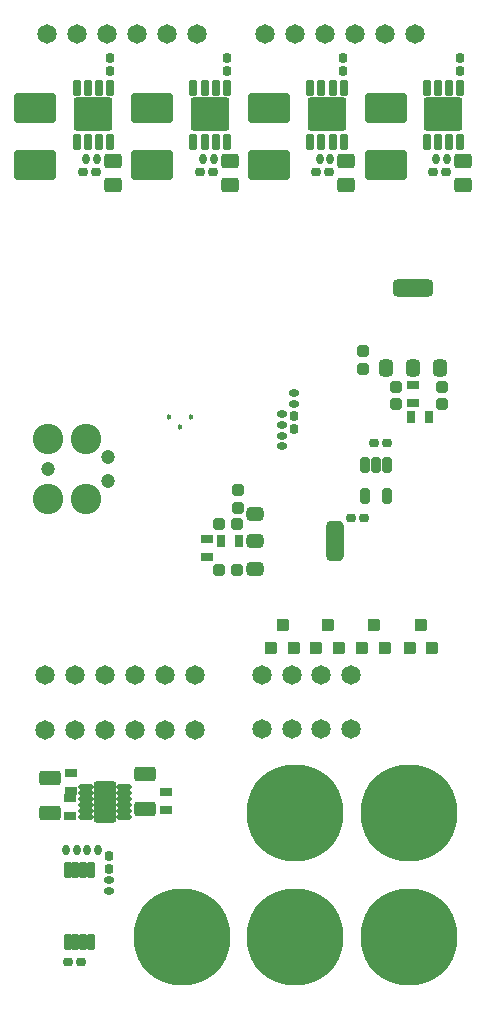
<source format=gbs>
%FSLAX46Y46*%
%MOMM*%
%AMPS13*
1,1,1.650000,0.000000,0.000000*
%
%ADD13PS13*%
%AMPS16*
1,1,1.650000,0.000000,0.000000*
%
%ADD16PS16*%
%AMPS35*
1,1,1.650000,0.000000,0.000000*
%
%ADD35PS35*%
%AMPS11*
1,1,8.200000,0.000000,0.000000*
%
%ADD11PS11*%
%AMPS38*
1,1,8.200000,0.000000,0.000000*
%
%ADD38PS38*%
%AMPS15*
1,1,1.650000,0.000000,0.000000*
%
%ADD15PS15*%
%AMPS17*
1,1,8.200000,0.000000,0.000000*
%
%ADD17PS17*%
%AMPS50*
1,1,8.200000,0.000000,0.000000*
%
%ADD50PS50*%
%AMPS14*
1,1,1.650000,0.000000,0.000000*
%
%ADD14PS14*%
%AMPS12*
1,1,1.650000,0.000000,0.000000*
%
%ADD12PS12*%
%AMPS56*
1,1,0.454000,0.000000,0.000000*
%
%ADD56PS56*%
%AMPS29*
1,1,2.575000,0.000000,0.000000*
%
%ADD29PS29*%
%AMPS28*
1,1,1.200000,0.000000,0.000000*
%
%ADD28PS28*%
%AMPS45*
1,1,0.440000,0.180000,0.430000*
1,1,0.440000,-0.180000,-0.430000*
1,1,0.440000,-0.180000,0.430000*
1,1,0.440000,0.180000,-0.430000*
21,1,0.800000,0.860000,0.000000,0.000000,360.000000*
21,1,0.360000,1.300000,0.000000,0.000000,360.000000*
%
%ADD45PS45*%
%AMPS44*
1,1,0.440000,-0.180000,-0.430000*
1,1,0.440000,0.180000,0.430000*
1,1,0.440000,0.180000,-0.430000*
1,1,0.440000,-0.180000,0.430000*
21,1,0.800000,0.860000,0.000000,0.000000,180.000000*
21,1,0.360000,1.300000,0.000000,0.000000,180.000000*
%
%ADD44PS44*%
%AMPS24*
1,1,0.360000,0.145000,0.520000*
1,1,0.360000,-0.145000,-0.520000*
1,1,0.360000,-0.145000,0.520000*
1,1,0.360000,0.145000,-0.520000*
21,1,0.650000,1.040000,0.000000,0.000000,360.000000*
21,1,0.290000,1.400000,0.000000,0.000000,360.000000*
%
%ADD24PS24*%
%AMPS23*
1,1,0.360000,-0.145000,-0.520000*
1,1,0.360000,0.145000,0.520000*
1,1,0.360000,0.145000,-0.520000*
1,1,0.360000,-0.145000,0.520000*
21,1,0.650000,1.040000,0.000000,0.000000,180.000000*
21,1,0.290000,1.400000,0.000000,0.000000,180.000000*
%
%ADD23PS23*%
%AMPS51*
1,1,0.400000,0.300000,0.275000*
1,1,0.400000,-0.300000,-0.275000*
1,1,0.400000,-0.300000,0.275000*
1,1,0.400000,0.300000,-0.275000*
21,1,1.000000,0.550000,0.000000,0.000000,360.000000*
21,1,0.600000,0.950000,0.000000,0.000000,360.000000*
%
%ADD51PS51*%
%AMPS36*
1,1,0.400000,0.275000,-0.300000*
1,1,0.400000,-0.275000,0.300000*
1,1,0.400000,0.275000,0.300000*
1,1,0.400000,-0.275000,-0.300000*
21,1,1.000000,0.550000,0.000000,0.000000,270.000000*
21,1,0.600000,0.950000,0.000000,0.000000,270.000000*
%
%ADD36PS36*%
%AMPS39*
1,1,0.400000,-0.275000,0.300000*
1,1,0.400000,0.275000,-0.300000*
1,1,0.400000,-0.275000,-0.300000*
1,1,0.400000,0.275000,0.300000*
21,1,1.000000,0.550000,0.000000,0.000000,90.000000*
21,1,0.600000,0.950000,0.000000,0.000000,90.000000*
%
%ADD39PS39*%
%AMPS48*
1,1,0.600000,0.275000,0.425000*
1,1,0.600000,-0.275000,-0.425000*
1,1,0.600000,-0.275000,0.425000*
1,1,0.600000,0.275000,-0.425000*
21,1,1.150000,0.850000,0.000000,0.000000,360.000000*
21,1,0.550000,1.450000,0.000000,0.000000,360.000000*
%
%ADD48PS48*%
%AMPS27*
1,1,0.600000,0.425000,-0.275000*
1,1,0.600000,-0.425000,0.275000*
1,1,0.600000,0.425000,0.275000*
1,1,0.600000,-0.425000,-0.275000*
21,1,1.150000,0.850000,0.000000,0.000000,270.000000*
21,1,0.550000,1.450000,0.000000,0.000000,270.000000*
%
%ADD27PS27*%
%AMPS43*
1,1,0.400000,-0.750000,-1.550000*
1,1,0.400000,0.750000,1.550000*
1,1,0.400000,0.750000,-1.550000*
1,1,0.400000,-0.750000,1.550000*
21,1,1.900000,3.100000,0.000000,0.000000,180.000000*
21,1,1.500000,3.500000,0.000000,0.000000,180.000000*
%
%ADD43PS43*%
%AMPS25*
1,1,0.400000,-0.525000,0.400000*
1,1,0.400000,0.525000,-0.400000*
1,1,0.400000,-0.525000,-0.400000*
1,1,0.400000,0.525000,0.400000*
21,1,1.200000,1.050000,0.000000,0.000000,90.000000*
21,1,0.800000,1.450000,0.000000,0.000000,90.000000*
%
%ADD25PS25*%
%AMPS21*
1,1,0.400000,-0.325000,-0.325000*
1,1,0.400000,0.325000,0.325000*
1,1,0.400000,0.325000,-0.325000*
1,1,0.400000,-0.325000,0.325000*
21,1,1.050000,0.650000,0.000000,0.000000,180.000000*
21,1,0.650000,1.050000,0.000000,0.000000,180.000000*
%
%ADD21PS21*%
%AMPS33*
1,1,0.400000,0.700000,-0.400000*
1,1,0.400000,-0.700000,0.400000*
1,1,0.400000,0.700000,0.400000*
1,1,0.400000,-0.700000,-0.400000*
21,1,1.200000,1.400000,0.000000,0.000000,270.000000*
21,1,0.800000,1.800000,0.000000,0.000000,270.000000*
%
%ADD33PS33*%
%AMPS55*
1,1,0.400000,-0.700000,0.400000*
1,1,0.400000,0.700000,-0.400000*
1,1,0.400000,-0.700000,-0.400000*
1,1,0.400000,0.700000,0.400000*
21,1,1.200000,1.400000,0.000000,0.000000,90.000000*
21,1,0.800000,1.800000,0.000000,0.000000,90.000000*
%
%ADD55PS55*%
%AMPS22*
1,1,0.400000,1.450000,-1.200000*
1,1,0.400000,-1.450000,1.200000*
1,1,0.400000,1.450000,1.200000*
1,1,0.400000,-1.450000,-1.200000*
21,1,2.800000,2.900000,0.000000,0.000000,270.000000*
21,1,2.400000,3.300000,0.000000,0.000000,270.000000*
%
%ADD22PS22*%
%AMPS32*
1,1,0.400000,0.200000,0.150000*
1,1,0.400000,-0.200000,-0.150000*
1,1,0.400000,-0.200000,0.150000*
1,1,0.400000,0.200000,-0.150000*
21,1,0.800000,0.300000,0.000000,0.000000,360.000000*
21,1,0.400000,0.700000,0.000000,0.000000,360.000000*
%
%ADD32PS32*%
%AMPS18*
1,1,0.400000,0.150000,-0.200000*
1,1,0.400000,-0.150000,0.200000*
1,1,0.400000,0.150000,0.200000*
1,1,0.400000,-0.150000,-0.200000*
21,1,0.800000,0.300000,0.000000,0.000000,270.000000*
21,1,0.400000,0.700000,0.000000,0.000000,270.000000*
%
%ADD18PS18*%
%AMPS40*
1,1,0.400000,-0.200000,-0.150000*
1,1,0.400000,0.200000,0.150000*
1,1,0.400000,0.200000,-0.150000*
1,1,0.400000,-0.200000,0.150000*
21,1,0.800000,0.300000,0.000000,0.000000,180.000000*
21,1,0.400000,0.700000,0.000000,0.000000,180.000000*
%
%ADD40PS40*%
%AMPS20*
1,1,0.400000,-0.150000,0.200000*
1,1,0.400000,0.150000,-0.200000*
1,1,0.400000,-0.150000,-0.200000*
1,1,0.400000,0.150000,0.200000*
21,1,0.800000,0.300000,0.000000,0.000000,90.000000*
21,1,0.400000,0.700000,0.000000,0.000000,90.000000*
%
%ADD20PS20*%
%AMPS47*
1,1,0.700000,-1.350000,-0.375000*
1,1,0.700000,1.350000,0.375000*
1,1,0.700000,1.350000,-0.375000*
1,1,0.700000,-1.350000,0.375000*
21,1,3.400000,0.750000,0.000000,0.000000,180.000000*
21,1,2.700000,1.450000,0.000000,0.000000,180.000000*
%
%ADD47PS47*%
%AMPS26*
1,1,0.700000,-0.375000,1.350000*
1,1,0.700000,0.375000,-1.350000*
1,1,0.700000,-0.375000,-1.350000*
1,1,0.700000,0.375000,1.350000*
21,1,3.400000,0.750000,0.000000,0.000000,90.000000*
21,1,2.700000,1.450000,0.000000,0.000000,90.000000*
%
%ADD26PS26*%
%AMPS42*
1,1,0.300000,0.500000,-0.075000*
1,1,0.300000,-0.500000,0.075000*
1,1,0.300000,0.500000,0.075000*
1,1,0.300000,-0.500000,-0.075000*
21,1,0.450000,1.000000,0.000000,0.000000,270.000000*
21,1,0.150000,1.300000,0.000000,0.000000,270.000000*
%
%ADD42PS42*%
%AMPS41*
1,1,0.300000,-0.500000,0.075000*
1,1,0.300000,0.500000,-0.075000*
1,1,0.300000,-0.500000,-0.075000*
1,1,0.300000,0.500000,0.075000*
21,1,0.450000,1.000000,0.000000,0.000000,90.000000*
21,1,0.150000,1.300000,0.000000,0.000000,90.000000*
%
%ADD41PS41*%
%AMPS34*
1,1,0.400000,0.150000,0.350000*
1,1,0.400000,-0.150000,-0.350000*
1,1,0.400000,-0.150000,0.350000*
1,1,0.400000,0.150000,-0.350000*
21,1,0.700000,0.700000,0.000000,0.000000,360.000000*
21,1,0.300000,1.100000,0.000000,0.000000,360.000000*
%
%ADD34PS34*%
%AMPS19*
1,1,0.400000,0.350000,-0.150000*
1,1,0.400000,-0.350000,0.150000*
1,1,0.400000,0.350000,0.150000*
1,1,0.400000,-0.350000,-0.150000*
21,1,0.700000,0.700000,0.000000,0.000000,270.000000*
21,1,0.300000,1.100000,0.000000,0.000000,270.000000*
%
%ADD19PS19*%
%AMPS52*
1,1,0.400000,-0.150000,-0.350000*
1,1,0.400000,0.150000,0.350000*
1,1,0.400000,0.150000,-0.350000*
1,1,0.400000,-0.150000,0.350000*
21,1,0.700000,0.700000,0.000000,0.000000,180.000000*
21,1,0.300000,1.100000,0.000000,0.000000,180.000000*
%
%ADD52PS52*%
%AMPS49*
1,1,0.400000,-0.350000,0.150000*
1,1,0.400000,0.350000,-0.150000*
1,1,0.400000,-0.350000,-0.150000*
1,1,0.400000,0.350000,0.150000*
21,1,0.700000,0.700000,0.000000,0.000000,90.000000*
21,1,0.300000,1.100000,0.000000,0.000000,90.000000*
%
%ADD49PS49*%
%AMPS53*
1,1,0.380000,0.125000,0.525000*
1,1,0.380000,-0.125000,-0.525000*
1,1,0.380000,-0.125000,0.525000*
1,1,0.380000,0.125000,-0.525000*
21,1,0.630000,1.050000,0.000000,0.000000,360.000000*
21,1,0.250000,1.430000,0.000000,0.000000,360.000000*
%
%ADD53PS53*%
%AMPS54*
1,1,0.380000,-0.125000,-0.525000*
1,1,0.380000,0.125000,0.525000*
1,1,0.380000,0.125000,-0.525000*
1,1,0.380000,-0.125000,0.525000*
21,1,0.630000,1.050000,0.000000,0.000000,180.000000*
21,1,0.250000,1.430000,0.000000,0.000000,180.000000*
%
%ADD54PS54*%
%AMPS31*
1,1,0.700000,1.440000,0.940000*
1,1,0.700000,-1.440000,-0.940000*
1,1,0.700000,-1.440000,0.940000*
1,1,0.700000,1.440000,-0.940000*
21,1,3.580000,1.880000,0.000000,0.000000,360.000000*
21,1,2.880000,2.580000,0.000000,0.000000,360.000000*
%
%ADD31PS31*%
%AMPS30*
1,1,0.700000,-1.440000,-0.940000*
1,1,0.700000,1.440000,0.940000*
1,1,0.700000,1.440000,-0.940000*
1,1,0.700000,-1.440000,0.940000*
21,1,3.580000,1.880000,0.000000,0.000000,180.000000*
21,1,2.880000,2.580000,0.000000,0.000000,180.000000*
%
%ADD30PS30*%
%AMPS46*
1,1,0.400000,0.200000,-0.100000*
1,1,0.400000,-0.200000,0.100000*
1,1,0.400000,0.200000,0.100000*
1,1,0.400000,-0.200000,-0.100000*
21,1,0.600000,0.400000,0.000000,0.000000,270.000000*
21,1,0.200000,0.800000,0.000000,0.000000,270.000000*
%
%ADD46PS46*%
%AMPS10*
1,1,0.400000,-0.100000,-0.200000*
1,1,0.400000,0.100000,0.200000*
1,1,0.400000,0.100000,-0.200000*
1,1,0.400000,-0.100000,0.200000*
21,1,0.600000,0.400000,0.000000,0.000000,180.000000*
21,1,0.200000,0.800000,0.000000,0.000000,180.000000*
%
%ADD10PS10*%
%AMPS37*
1,1,0.400000,-0.200000,0.100000*
1,1,0.400000,0.200000,-0.100000*
1,1,0.400000,-0.200000,-0.100000*
1,1,0.400000,0.200000,0.100000*
21,1,0.600000,0.400000,0.000000,0.000000,90.000000*
21,1,0.200000,0.800000,0.000000,0.000000,90.000000*
%
%ADD37PS37*%
G01*
G01*
%LPD*%
G75*
D10*
X6650000Y70550000D03*
D10*
X7550000Y70550000D03*
D11*
X14750000Y4700000D03*
D12*
X21550000Y22250000D03*
D12*
X29050000Y22250000D03*
D12*
X24050000Y22250000D03*
D13*
X26550000Y22250000D03*
D14*
X3199999Y22150001D03*
D15*
X13359999Y22150001D03*
D13*
X8279999Y22150001D03*
D16*
X15899999Y22150001D03*
D15*
X5739999Y22150001D03*
D13*
X10819999Y22150001D03*
D17*
X34000000Y15150000D03*
D10*
X4958331Y12008333D03*
D10*
X5858331Y12008333D03*
D18*
X28425000Y79100000D03*
D18*
X28425000Y78000000D03*
D19*
X13400000Y15400000D03*
D19*
X13400000Y16900000D03*
D18*
X38300000Y79100000D03*
D18*
X38300000Y78000000D03*
D20*
X8558331Y10458333D03*
D20*
X8558331Y11558333D03*
D15*
X3199999Y26850001D03*
D14*
X13359999Y26850001D03*
D12*
X8279999Y26850001D03*
D14*
X15899999Y26850001D03*
D13*
X5739999Y26850001D03*
D13*
X10819999Y26850001D03*
D21*
X31929998Y29100000D03*
D21*
X30979998Y31100000D03*
D21*
X30029998Y29100000D03*
D22*
X7250000Y74300000D03*
D23*
X8670000Y76550000D03*
D24*
X6770000Y71950000D03*
D24*
X5830000Y71950000D03*
D24*
X8670000Y71950000D03*
D23*
X7730000Y76550000D03*
D24*
X7730000Y71950000D03*
D23*
X5830000Y76550000D03*
D23*
X6770000Y76550000D03*
D21*
X35929998Y29100000D03*
D21*
X34979998Y31100000D03*
D21*
X34029998Y29100000D03*
D25*
X8900008Y70349944D03*
D25*
X8900008Y68349944D03*
D26*
X27754165Y38154165D03*
D27*
X20954165Y40454165D03*
D27*
X20954165Y35854165D03*
D27*
X20954165Y38154165D03*
D28*
X8536669Y45329329D03*
D28*
X8536669Y43297329D03*
D29*
X6631669Y41773329D03*
D29*
X3456669Y46853329D03*
D29*
X3456669Y41773329D03*
D28*
X3456669Y44313329D03*
D29*
X6631669Y46853329D03*
D30*
X32000000Y74860000D03*
D31*
X32000000Y70040000D03*
D32*
X31050000Y46500000D03*
D32*
X32150000Y46500000D03*
D33*
X11650000Y15500000D03*
D33*
X11650000Y18500000D03*
D32*
X29050000Y40100000D03*
D32*
X30150000Y40100000D03*
D34*
X19554165Y38154165D03*
D34*
X18054165Y38154165D03*
D35*
X3349999Y81150001D03*
D13*
X13509999Y81150001D03*
D12*
X8429999Y81150001D03*
D14*
X16049999Y81150001D03*
D16*
X5889999Y81150001D03*
D13*
X10969999Y81150001D03*
D32*
X16250000Y69450000D03*
D32*
X17350000Y69450000D03*
D30*
X22125000Y74860000D03*
D31*
X22125000Y70040000D03*
D36*
X30045832Y54254162D03*
D36*
X30045832Y52754162D03*
D32*
X6350000Y69450000D03*
D32*
X7450000Y69450000D03*
D37*
X23199984Y48910000D03*
D37*
X23199984Y48010000D03*
D25*
X18800008Y70349944D03*
D25*
X18800008Y68349944D03*
D14*
X21550000Y26850000D03*
D13*
X29050000Y26850000D03*
D15*
X24050000Y26850000D03*
D13*
X26550000Y26850000D03*
D38*
X24300000Y15150000D03*
D22*
X36900000Y74300000D03*
D23*
X38320000Y76550000D03*
D24*
X36420000Y71950000D03*
D24*
X35480000Y71950000D03*
D24*
X38320000Y71950000D03*
D23*
X37380000Y76550000D03*
D24*
X37380000Y71950000D03*
D23*
X35480000Y76550000D03*
D23*
X36420000Y76550000D03*
D17*
X24300000Y4700000D03*
D19*
X5350000Y17050000D03*
D19*
X5350000Y18550000D03*
D20*
X24249984Y47710000D03*
D20*
X24249984Y48810000D03*
D39*
X32845832Y49754162D03*
D39*
X32845832Y51254162D03*
D40*
X6200000Y2550000D03*
D40*
X5100000Y2550000D03*
D41*
X9850000Y14850000D03*
D42*
X6650000Y15350000D03*
D41*
X9850000Y16850000D03*
D42*
X6650000Y16350000D03*
D42*
X6650000Y16850000D03*
D41*
X9850000Y16350000D03*
D43*
X8250000Y16100000D03*
D42*
X6650000Y17350000D03*
D42*
X6650000Y15850000D03*
D41*
X9850000Y17350000D03*
D41*
X9850000Y15350000D03*
D41*
X9850000Y15850000D03*
D42*
X6650000Y14850000D03*
D10*
X16550000Y70550000D03*
D10*
X17450000Y70550000D03*
D44*
X31200000Y44600000D03*
D45*
X30250000Y42000000D03*
D45*
X32150000Y42000000D03*
D44*
X30250000Y44600000D03*
D44*
X32150000Y44600000D03*
D32*
X36000000Y69450000D03*
D32*
X37100000Y69450000D03*
D18*
X8650000Y79100000D03*
D18*
X8650000Y78000000D03*
D46*
X8608331Y8558333D03*
D46*
X8608331Y9458333D03*
D10*
X36300000Y70550000D03*
D10*
X37200000Y70550000D03*
D47*
X34345832Y59604162D03*
D48*
X32045832Y52804162D03*
D48*
X36645832Y52804162D03*
D48*
X34345832Y52804162D03*
D21*
X28029998Y29100000D03*
D21*
X27079998Y31100000D03*
D21*
X26129998Y29100000D03*
D15*
X21749999Y81150001D03*
D13*
X31909999Y81150001D03*
D35*
X26829999Y81150001D03*
D13*
X34449999Y81150001D03*
D35*
X24289999Y81150001D03*
D13*
X29369999Y81150001D03*
D18*
X18550000Y79100000D03*
D18*
X18550000Y78000000D03*
D36*
X19504165Y42504165D03*
D36*
X19504165Y41004165D03*
D21*
X24229998Y29100000D03*
D21*
X23279998Y31100000D03*
D21*
X22329998Y29100000D03*
D49*
X34345832Y51404162D03*
D49*
X34345832Y49904162D03*
D50*
X34000000Y4700000D03*
D19*
X5250000Y14900000D03*
D19*
X5250000Y16400000D03*
D37*
X24249984Y50710000D03*
D37*
X24249984Y49810000D03*
D22*
X17150000Y74300000D03*
D23*
X18570000Y76550000D03*
D24*
X16670000Y71950000D03*
D24*
X15730000Y71950000D03*
D24*
X18570000Y71950000D03*
D23*
X17630000Y76550000D03*
D24*
X17630000Y71950000D03*
D23*
X15730000Y76550000D03*
D23*
X16670000Y76550000D03*
D22*
X27025000Y74300000D03*
D23*
X28445000Y76550000D03*
D24*
X26545000Y71950000D03*
D24*
X25605000Y71950000D03*
D24*
X28445000Y71950000D03*
D23*
X27505000Y76550000D03*
D24*
X27505000Y71950000D03*
D23*
X25605000Y76550000D03*
D23*
X26545000Y76550000D03*
D51*
X17904165Y39654165D03*
D51*
X19404165Y39654165D03*
D52*
X34145832Y48704162D03*
D52*
X35645832Y48704162D03*
D10*
X26425000Y70550000D03*
D10*
X27325000Y70550000D03*
D53*
X7038331Y4208333D03*
D54*
X7038331Y10308333D03*
D53*
X6388331Y4208333D03*
D53*
X5728331Y4208333D03*
D54*
X6388331Y10308333D03*
D54*
X5728331Y10308333D03*
D54*
X5078331Y10308333D03*
D53*
X5078331Y4208333D03*
D51*
X17904165Y35729165D03*
D51*
X19404165Y35729165D03*
D30*
X12250000Y74860000D03*
D31*
X12250000Y70040000D03*
D25*
X28675008Y70349944D03*
D25*
X28675008Y68349944D03*
D30*
X2350000Y74860000D03*
D31*
X2350000Y70040000D03*
D25*
X38550008Y70349944D03*
D25*
X38550008Y68349944D03*
D37*
X23200000Y47100000D03*
D37*
X23200000Y46200000D03*
D55*
X3550000Y18150000D03*
D55*
X3550000Y15150000D03*
D10*
X6758331Y12008333D03*
D10*
X7658331Y12008333D03*
D32*
X26125000Y69450000D03*
D32*
X27225000Y69450000D03*
D39*
X36770832Y49754162D03*
D39*
X36770832Y51254162D03*
D49*
X16854165Y38354165D03*
D49*
X16854165Y36854165D03*
D56*
X14556669Y47813329D03*
D56*
X13700000Y48650000D03*
D56*
X15500000Y48650000D03*
M02*

</source>
